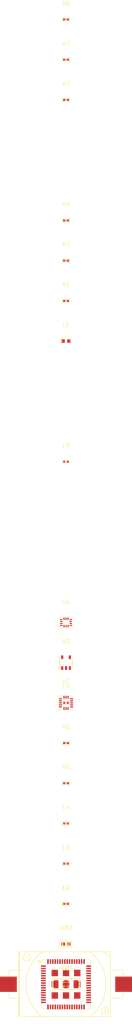
<source format=kicad_pcb>
(kicad_pcb (version 20241229) (generator "atopile") (generator_version "0.12.4")
  (layers (0 "F.Cu" signal) (31 "B.Cu" signal) (34 "B.Paste" user) (35 "F.Paste" user) (36 "B.SilkS" user "B.Silkscreen") (37 "F.SilkS" user "F.Silkscreen") (38 "B.Mask" user) (39 "F.Mask" user) (44 "Edge.Cuts" user))
  (net 0 "")
  (net 1 "PC4")
  (net 2 "PB9")
  (net 4 "PA5")
  (net 8 "PA3_UART2_RX")
  (net 9 "PB8")
  (net 10 "PA14")
  (net 11 "PC13")
  (net 15 "PA2_UART2_TX")
  (net 17 "VLXSMPS")
  (net 18 "PC6")
  (net 20 "PC3")
  (net 21 "PA4")
  (net 22 "PA13")
  (net 24 "VDDMPS")
  (net 28 "VREFpos")
  (net 29 "PC0")
  (net 34 "VFBSMPS")
  (net 37 "PC5")
  (net 38 "PC1")
  (net 40 "PB15")
  (net 5 "PA12")
  (net 41 "PA9")
  (net 42 "PA6")
  (net 43 "blah-net-3")
  (net 44 "PB13")
  (net 45 "BOOT0")
  (net 46 "PA10")
  (net 50 "PB1")
  (net 51 "PA8")
  (net 52 "PA7")
  (net 53 "PB7_UART1_RX")
  (net 54 "PB10")
  (net 55 "PB14")
  (net 57 "NRST")
  (net 58 "PB12")
  (net 59 "PA11")
  (net 60 "PB11")
  (net 64 "PC2")
  (net 65 "blah-net-2")
  (net 19 "blah-net-0")
  (net 30 "blah-net-1")
  (net 94 "blah-INT2-0")
  (net 95 "blah-net-4")
  (net 96 "blah-net-5")
  (net 97 "A")
  (net 98 "RES")
  (net 99 "ADC3")
  (net 100 "SCX")
  (net 101 "blah-CS-0")
  (net 102 "SDO_SUX")
  (net 103 "blah-SDO_SA0-1")
  (net 104 "gnd")
  (net 105 "ADC1")
  (net 107 "INT1")
  (net 108 "SDX")
  (net 109 "CS_AUX")
  (net 110 "blah-INT2-1")
  (net 111 "ADC2")
  (net 112 "led_status")
  (net 113 "vcc")
  (net 114 "vbat")
  (net 115 "adc_ntc")
  (net 116 "blah-SDO_SA0-0")
  (net 117 "activation")
  (net 119 "blah-CS-1")
  (net 12 "Feed")
  (net 13 "RF_OUT")
  (net 14 "Dummy")
  (net 16 "i2c_scl")
  (net 23 "i2c_sda")
  (footprint "RAKwireless_RAK3172_SIP_8_SM_NI:LGA-73_L12.0-W12.0-P0.60-TL" (layer "F.Cu") (at 0 0 0)
    (property "Reference" "U1" (at 0 -9.65 0) (layer "F.SilkS") (hide no))
    (property "Value" "")
    (fp_line (start -6.08 -4.82) (end -6.08 -6.08) (stroke (width 0.15)) (layer "F.SilkS"))
    (fp_line (start -6.08 -6.08) (end -4.82 -6.08) (stroke (width 0.15)) (layer "F.SilkS"))
    (fp_line (start 6.08 -4.82) (end 6.08 -6.08) (stroke (width 0.15)) (layer "F.SilkS"))
    (fp_line (start 6.08 -6.08) (end 4.82 -6.08) (stroke (width 0.15)) (layer "F.SilkS"))
    (fp_line (start 6.08 4.82) (end 6.08 6.08) (stroke (width 0.15)) (layer "F.SilkS"))
    (fp_line (start 6.08 6.08) (end 4.82 6.08) (stroke (width 0.15)) (layer "F.SilkS"))
    (fp_line (start -6.08 4.82) (end -6.08 6.08) (stroke (width 0.15)) (layer "F.SilkS"))
    (fp_line (start -6.08 6.08) (end -4.82 6.08) (stroke (width 0.15)) (layer "F.SilkS"))
    (fp_circle (center -6.7 -5.67) (end -6.5 -5.67) (stroke (width 0.4)) (fill no) (layer "F.SilkS"))
    (fp_text user "${REFERENCE}" (at 0 -9.65 0) (layer "F.SilkS"))
    (pad "1" smd rect (at -5.65 -4.5 0) (size 1.17 0.37) (layers "F.Cu" "F.Paste" "F.Mask") (net 22 "PA13"))
    (pad "2" smd rect (at -5.65 -3.9 0) (size 1.17 0.37) (layers "F.Cu" "F.Paste" "F.Mask") (net 10 "PA14"))
    (pad "3" smd rect (at -5.65 -3.3 0) (size 1.17 0.37) (layers "F.Cu" "F.Paste" "F.Mask") (net 113 "vcc"))
    (pad "4" smd rect (at -5.65 -2.7 0) (size 1.17 0.37) (layers "F.Cu" "F.Paste" "F.Mask") (net 114 "vbat"))
    (pad "5" smd rect (at -5.65 -2.1 0) (size 1.17 0.37) (layers "F.Cu" "F.Paste" "F.Mask") (net 11 "PC13"))
    (pad "6" smd rect (at -5.65 -1.5 0) (size 1.17 0.37) (layers "F.Cu" "F.Paste" "F.Mask") (net 28 "VREFpos"))
    (pad "7" smd rect (at -5.65 -0.9 0) (size 1.17 0.37) (layers "F.Cu" "F.Paste" "F.Mask") (net 113 "vcc"))
    (pad "8" smd rect (at -5.65 -0.3 0) (size 1.17 0.37) (layers "F.Cu" "F.Paste" "F.Mask") (net 16 "i2c_scl"))
    (pad "9" smd rect (at -5.65 0.3 0) (size 1.17 0.37) (layers "F.Cu" "F.Paste" "F.Mask") (net 40 "PB15"))
    (pad "10" smd rect (at -5.65 0.9 0) (size 1.17 0.37) (layers "F.Cu" "F.Paste" "F.Mask") (net 34 "VFBSMPS"))
    (pad "11" smd rect (at -5.65 1.5 0) (size 1.17 0.37) (layers "F.Cu" "F.Paste" "F.Mask") (net 24 "VDDMPS"))
    (pad "12" smd rect (at -5.65 2.1 0) (size 1.17 0.37) (layers "F.Cu" "F.Paste" "F.Mask") (net 104 "gnd"))
    (pad "13" smd rect (at -5.65 2.7 0) (size 1.17 0.37) (layers "F.Cu" "F.Paste" "F.Mask") (net 17 "VLXSMPS"))
    (pad "14" smd rect (at -5.65 3.3 0) (size 1.17 0.37) (layers "F.Cu" "F.Paste" "F.Mask") (net 110 "blah-INT2-1"))
    (pad "15" smd rect (at -5.65 3.9 0) (size 1.17 0.37) (layers "F.Cu" "F.Paste" "F.Mask") (net 107 "INT1"))
    (pad "16" smd rect (at -5.65 4.5 0) (size 1.17 0.37) (layers "F.Cu" "F.Paste" "F.Mask") (net 112 "led_status"))
    (pad "17" smd rect (at -4.5 5.65 0) (size 0.37 1.17) (layers "F.Cu" "F.Paste" "F.Mask") (net 23 "i2c_sda"))
    (pad "18" smd rect (at -3.9 5.65 0) (size 0.37 1.17) (layers "F.Cu" "F.Paste" "F.Mask") (net 53 "PB7_UART1_RX"))
    (pad "19" smd rect (at -3.3 5.65 0) (size 0.37 1.17) (layers "F.Cu" "F.Paste" "F.Mask") (net 9 "PB8"))
    (pad "20" smd rect (at -2.7 5.65 0) (size 0.37 1.17) (layers "F.Cu" "F.Paste" "F.Mask") (net 2 "PB9"))
    (pad "21" smd rect (at -2.1 5.65 0) (size 0.37 1.17) (layers "F.Cu" "F.Paste" "F.Mask") (net 29 "PC0"))
    (pad "22" smd rect (at -1.5 5.65 0) (size 0.37 1.17) (layers "F.Cu" "F.Paste" "F.Mask") (net 38 "PC1"))
    (pad "23" smd rect (at -0.9 5.65 0) (size 0.37 1.17) (layers "F.Cu" "F.Paste" "F.Mask") (net 64 "PC2"))
    (pad "24" smd rect (at -0.3 5.65 0) (size 0.37 1.17) (layers "F.Cu" "F.Paste" "F.Mask") (net 20 "PC3"))
    (pad "25" smd rect (at 0.3 5.65 0) (size 0.37 1.17) (layers "F.Cu" "F.Paste" "F.Mask") (net 1 "PC4"))
    (pad "26" smd rect (at 0.9 5.65 0) (size 0.37 1.17) (layers "F.Cu" "F.Paste" "F.Mask") (net 37 "PC5"))
    (pad "27" smd rect (at 1.5 5.65 0) (size 0.37 1.17) (layers "F.Cu" "F.Paste" "F.Mask") (net 18 "PC6"))
    (pad "28" smd rect (at 2.1 5.65 0) (size 0.37 1.17) (layers "F.Cu" "F.Paste" "F.Mask") (net 104 "gnd"))
    (pad "29" smd rect (at 2.7 5.65 0) (size 0.37 1.17) (layers "F.Cu" "F.Paste" "F.Mask") (net 15 "PA2_UART2_TX"))
    (pad "30" smd rect (at 3.3 5.65 0) (size 0.37 1.17) (layers "F.Cu" "F.Paste" "F.Mask") (net 8 "PA3_UART2_RX"))
    (pad "31" smd rect (at 3.9 5.65 0) (size 0.37 1.17) (layers "F.Cu" "F.Paste" "F.Mask") (net 21 "PA4"))
    (pad "32" smd rect (at 4.5 5.65 0) (size 0.37 1.17) (layers "F.Cu" "F.Paste" "F.Mask") (net 4 "PA5"))
    (pad "33" smd rect (at 5.65 4.5 0) (size 1.17 0.37) (layers "F.Cu" "F.Paste" "F.Mask") (net 42 "PA6"))
    (pad "34" smd rect (at 5.65 3.9 0) (size 1.17 0.37) (layers "F.Cu" "F.Paste" "F.Mask") (net 52 "PA7"))
    (pad "35" smd rect (at 5.65 3.3 0) (size 1.17 0.37) (layers "F.Cu" "F.Paste" "F.Mask") (net 104 "gnd"))
    (pad "36" smd rect (at 5.65 2.7 0) (size 1.17 0.37) (layers "F.Cu" "F.Paste" "F.Mask") (net 104 "gnd"))
    (pad "37" smd rect (at 5.65 2.1 0) (size 1.17 0.37) (layers "F.Cu" "F.Paste" "F.Mask") (net 13 "RF_OUT"))
    (pad "38" smd rect (at 5.65 1.5 0) (size 1.17 0.37) (layers "F.Cu" "F.Paste" "F.Mask") (net 104 "gnd"))
    (pad "39" smd rect (at 5.65 0.9 0) (size 1.17 0.37) (layers "F.Cu" "F.Paste" "F.Mask") (net 104 "gnd"))
    (pad "40" smd rect (at 5.65 0.3 0) (size 1.17 0.37) (layers "F.Cu" "F.Paste" "F.Mask") (net 65 "blah-net-2"))
    (pad "41" smd rect (at 5.65 -0.3 0) (size 1.17 0.37) (layers "F.Cu" "F.Paste" "F.Mask") (net 43 "blah-net-3"))
    (pad "42" smd rect (at 5.65 -0.9 0) (size 1.17 0.37) (layers "F.Cu" "F.Paste" "F.Mask") (net 117 "activation"))
    (pad "43" smd rect (at 5.65 -1.5 0) (size 1.17 0.37) (layers "F.Cu" "F.Paste" "F.Mask") (net 45 "BOOT0"))
    (pad "44" smd rect (at 5.65 -2.1 0) (size 1.17 0.37) (layers "F.Cu" "F.Paste" "F.Mask") (net 57 "NRST"))
    (pad "45" smd rect (at 5.65 -2.7 0) (size 1.17 0.37) (layers "F.Cu" "F.Paste" "F.Mask") (net 115 "adc_ntc"))
    (pad "46" smd rect (at 5.65 -3.3 0) (size 1.17 0.37) (layers "F.Cu" "F.Paste" "F.Mask") (net 104 "gnd"))
    (pad "47" smd rect (at 5.65 -3.9 0) (size 1.17 0.37) (layers "F.Cu" "F.Paste" "F.Mask") (net 104 "gnd"))
    (pad "48" smd rect (at 5.65 -4.5 0) (size 1.17 0.37) (layers "F.Cu" "F.Paste" "F.Mask") (net 60 "PB11"))
    (pad "49" smd rect (at 4.5 -5.65 0) (size 0.37 1.17) (layers "F.Cu" "F.Paste" "F.Mask") (net 54 "PB10"))
    (pad "50" smd rect (at 3.9 -5.65 0) (size 0.37 1.17) (layers "F.Cu" "F.Paste" "F.Mask") (net 41 "PA9"))
    (pad "51" smd rect (at 3.3 -5.65 0) (size 0.37 1.17) (layers "F.Cu" "F.Paste" "F.Mask") (net 51 "PA8"))
    (pad "52" smd rect (at 2.7 -5.65 0) (size 0.37 1.17) (layers "F.Cu" "F.Paste" "F.Mask") (net 104 "gnd"))
    (pad "53" smd rect (at 2.1 -5.65 0) (size 0.37 1.17) (layers "F.Cu" "F.Paste" "F.Mask") (net 113 "vcc"))
    (pad "54" smd rect (at 1.5 -5.65 0) (size 0.37 1.17) (layers "F.Cu" "F.Paste" "F.Mask") (net 113 "vcc"))
    (pad "55" smd rect (at 0.9 -5.65 0) (size 0.37 1.17) (layers "F.Cu" "F.Paste" "F.Mask") (net 113 "vcc"))
    (pad "56" smd rect (at 0.3 -5.65 0) (size 0.37 1.17) (layers "F.Cu" "F.Paste" "F.Mask") (net 104 "gnd"))
    (pad "57" smd rect (at -0.3 -5.65 0) (size 0.37 1.17) (layers "F.Cu" "F.Paste" "F.Mask") (net 50 "PB1"))
    (pad "58" smd rect (at -0.9 -5.65 0) (size 0.37 1.17) (layers "F.Cu" "F.Paste" "F.Mask") (net 94 "blah-INT2-0"))
    (pad "59" smd rect (at -1.5 -5.65 0) (size 0.37 1.17) (layers "F.Cu" "F.Paste" "F.Mask") (net 58 "PB12"))
    (pad "60" smd rect (at -2.1 -5.65 0) (size 0.37 1.17) (layers "F.Cu" "F.Paste" "F.Mask") (net 44 "PB13"))
    (pad "61" smd rect (at -2.7 -5.65 0) (size 0.37 1.17) (layers "F.Cu" "F.Paste" "F.Mask") (net 55 "PB14"))
    (pad "62" smd rect (at -3.3 -5.65 0) (size 0.37 1.17) (layers "F.Cu" "F.Paste" "F.Mask") (net 46 "PA10"))
    (pad "63" smd rect (at -3.9 -5.65 0) (size 0.37 1.17) (layers "F.Cu" "F.Paste" "F.Mask") (net 59 "PA11"))
    (pad "64" smd rect (at -4.5 -5.65 0) (size 0.37 1.17) (layers "F.Cu" "F.Paste" "F.Mask") (net 5 "PA12"))
    (pad "65" smd rect (at -2.8 -2.8 0) (size 1.6 1.6) (layers "F.Cu" "F.Paste" "F.Mask") (net 104 "gnd"))
    (pad "66" smd rect (at 0 -2.8 0) (size 1.6 1.6) (layers "F.Cu" "F.Paste" "F.Mask") (net 104 "gnd"))
    (pad "67" smd rect (at 2.8 -2.8 0) (size 1.6 1.6) (layers "F.Cu" "F.Paste" "F.Mask") (net 104 "gnd"))
    (pad "68" smd rect (at -2.8 0 0) (size 1.6 1.6) (layers "F.Cu" "F.Paste" "F.Mask") (net 104 "gnd"))
    (pad "69" smd rect (at 0 0 0) (size 1.6 1.6) (layers "F.Cu" "F.Paste" "F.Mask") (net 104 "gnd"))
    (pad "70" smd rect (at 2.8 0 0) (size 1.6 1.6) (layers "F.Cu" "F.Paste" "F.Mask") (net 104 "gnd"))
    (pad "71" smd rect (at -2.8 2.8 0) (size 1.6 1.6) (layers "F.Cu" "F.Paste" "F.Mask") (net 104 "gnd"))
    (pad "72" smd rect (at 0 2.8 0) (size 1.6 1.6) (layers "F.Cu" "F.Paste" "F.Mask") (net 104 "gnd"))
    (pad "73" smd rect (at 2.8 2.8 0) (size 1.6 1.6) (layers "F.Cu" "F.Paste" "F.Mask") (net 104 "gnd"))
  )
  (footprint "Murata_Electronics_GRM155R61A475KEAAD:C0402" (layer "F.Cu") (at 0 0 0)
    (property "Reference" "C3" (at 0 -4 0) (layer "F.SilkS") (hide no))
    (property "Value" "4.7µF ±10% 10V X5R")
    (fp_line (start -0.72 -0.5) (end -0.22 -0.5) (stroke (width 0.15)) (layer "F.SilkS"))
    (fp_line (start -0.87 0.35) (end -0.87 -0.35) (stroke (width 0.15)) (layer "F.SilkS"))
    (fp_line (start -0.22 0.5) (end -0.72 0.5) (stroke (width 0.15)) (layer "F.SilkS"))
    (fp_line (start 0.72 0.5) (end 0.22 0.5) (stroke (width 0.15)) (layer "F.SilkS"))
    (fp_line (start 0.22 -0.5) (end 0.72 -0.5) (stroke (width 0.15)) (layer "F.SilkS"))
    (fp_line (start 0.87 -0.35) (end 0.87 0.35) (stroke (width 0.15)) (layer "F.SilkS"))
    (fp_arc (start 0.87 -0.35) (mid 0.8260660171779821 -0.4560660171779821) (end 0.72 -0.5) (stroke (width 0.15)) (layer "F.SilkS"))
    (fp_arc (start 0.72 0.5) (mid 0.8260660171779821 0.4560660171779821) (end 0.87 0.35) (stroke (width 0.15)) (layer "F.SilkS"))
    (fp_arc (start -0.87 0.35) (mid -0.8260660171779821 0.4560660171779821) (end -0.72 0.5) (stroke (width 0.15)) (layer "F.SilkS"))
    (fp_arc (start -0.72 -0.5) (mid -0.8260660171779821 -0.4560660171779821) (end -0.87 -0.35) (stroke (width 0.15)) (layer "F.SilkS"))
    (fp_text user "${REFERENCE}" (at 0 -4 0) (layer "F.SilkS"))
    (pad "2" smd rect (at 0.42 0 0) (size 0.5 0.54) (layers "F.Cu" "F.Paste" "F.Mask") (net 104 "gnd"))
    (pad "1" smd rect (at -0.42 0 0) (size 0.5 0.54) (layers "F.Cu" "F.Paste" "F.Mask") (net 113 "vcc"))
  )
  (footprint "YAGEO_CC0402KRX7R9BB104:C0402" (layer "F.Cu") (at 0 -70 0)
    (property "Reference" "C4" (at 0 -4 0) (layer "F.SilkS") (hide no))
    (property "Value" "100nF ±10% 50V X7R")
    (fp_line (start -0.72 -0.5) (end -0.22 -0.5) (stroke (width 0.15)) (layer "F.SilkS"))
    (fp_line (start -0.87 0.35) (end -0.87 -0.35) (stroke (width 0.15)) (layer "F.SilkS"))
    (fp_line (start -0.22 0.5) (end -0.72 0.5) (stroke (width 0.15)) (layer "F.SilkS"))
    (fp_line (start 0.72 0.5) (end 0.22 0.5) (stroke (width 0.15)) (layer "F.SilkS"))
    (fp_line (start 0.22 -0.5) (end 0.72 -0.5) (stroke (width 0.15)) (layer "F.SilkS"))
    (fp_line (start 0.87 -0.35) (end 0.87 0.35) (stroke (width 0.15)) (layer "F.SilkS"))
    (fp_arc (start 0.87 -0.35) (mid 0.8260660171779821 -0.4560660171779821) (end 0.72 -0.5) (stroke (width 0.15)) (layer "F.SilkS"))
    (fp_arc (start 0.72 0.5) (mid 0.8260660171779821 0.4560660171779821) (end 0.87 0.35) (stroke (width 0.15)) (layer "F.SilkS"))
    (fp_arc (start -0.87 0.35) (mid -0.8260660171779821 0.4560660171779821) (end -0.72 0.5) (stroke (width 0.15)) (layer "F.SilkS"))
    (fp_arc (start -0.72 -0.5) (mid -0.8260660171779821 -0.4560660171779821) (end -0.87 -0.35) (stroke (width 0.15)) (layer "F.SilkS"))
    (fp_text user "${REFERENCE}" (at 0 -4 0) (layer "F.SilkS"))
    (pad "2" smd rect (at 0.42 0 0) (size 0.5 0.54) (layers "F.Cu" "F.Paste" "F.Mask") (net 104 "gnd"))
    (pad "1" smd rect (at -0.42 0 0) (size 0.5 0.54) (layers "F.Cu" "F.Paste" "F.Mask") (net 113 "vcc"))
  )
  (footprint "Murata_Electronics_GRM155R61A475KEAAD:C0402" (layer "F.Cu") (at 0 -130 0)
    (property "Reference" "C9" (at 0 -4 0) (layer "F.SilkS") (hide no))
    (property "Value" "4.7µF ±10% 10V X5R")
    (fp_line (start -0.72 -0.5) (end -0.22 -0.5) (stroke (width 0.15)) (layer "F.SilkS"))
    (fp_line (start -0.87 0.35) (end -0.87 -0.35) (stroke (width 0.15)) (layer "F.SilkS"))
    (fp_line (start -0.22 0.5) (end -0.72 0.5) (stroke (width 0.15)) (layer "F.SilkS"))
    (fp_line (start 0.72 0.5) (end 0.22 0.5) (stroke (width 0.15)) (layer "F.SilkS"))
    (fp_line (start 0.22 -0.5) (end 0.72 -0.5) (stroke (width 0.15)) (layer "F.SilkS"))
    (fp_line (start 0.87 -0.35) (end 0.87 0.35) (stroke (width 0.15)) (layer "F.SilkS"))
    (fp_arc (start 0.87 -0.35) (mid 0.8260660171779821 -0.4560660171779821) (end 0.72 -0.5) (stroke (width 0.15)) (layer "F.SilkS"))
    (fp_arc (start 0.72 0.5) (mid 0.8260660171779821 0.4560660171779821) (end 0.87 0.35) (stroke (width 0.15)) (layer "F.SilkS"))
    (fp_arc (start -0.87 0.35) (mid -0.8260660171779821 0.4560660171779821) (end -0.72 0.5) (stroke (width 0.15)) (layer "F.SilkS"))
    (fp_arc (start -0.72 -0.5) (mid -0.8260660171779821 -0.4560660171779821) (end -0.87 -0.35) (stroke (width 0.15)) (layer "F.SilkS"))
    (fp_text user "${REFERENCE}" (at 0 -4 0) (layer "F.SilkS"))
    (pad "2" smd rect (at 0.42 0 0) (size 0.5 0.54) (layers "F.Cu" "F.Paste" "F.Mask") (net 104 "gnd"))
    (pad "1" smd rect (at -0.42 0 0) (size 0.5 0.54) (layers "F.Cu" "F.Paste" "F.Mask") (net 113 "vcc"))
  )
  (footprint "Murata_Electronics_LQM18FN100M00D:L0603" (layer "F.Cu") (at 0 -160 0)
    (property "Reference" "L1" (at 0 -4 0) (layer "F.SilkS") (hide no))
    (property "Value" "10µH ±20% 30MHz 50mA 1.17Ω")
    (fp_line (start -1.27 0.65) (end -1.43 0.5) (stroke (width 0.15)) (layer "F.SilkS"))
    (fp_line (start -1.43 0.5) (end -1.43 -0.51) (stroke (width 0.15)) (layer "F.SilkS"))
    (fp_line (start -1.43 -0.51) (end -1.27 -0.65) (stroke (width 0.15)) (layer "F.SilkS"))
    (fp_line (start 1.27 -0.65) (end 1.42 -0.5) (stroke (width 0.15)) (layer "F.SilkS"))
    (fp_line (start 1.42 -0.5) (end 1.42 0.52) (stroke (width 0.15)) (layer "F.SilkS"))
    (fp_line (start 1.42 0.52) (end 1.27 0.65) (stroke (width 0.15)) (layer "F.SilkS"))
    (fp_line (start -1.28 -0.65) (end -0.51 -0.65) (stroke (width 0.15)) (layer "F.SilkS"))
    (fp_line (start 1.27 0.65) (end 0.51 0.65) (stroke (width 0.15)) (layer "F.SilkS"))
    (fp_line (start -1.28 0.65) (end -0.51 0.65) (stroke (width 0.15)) (layer "F.SilkS"))
    (fp_line (start 1.27 -0.65) (end 0.51 -0.65) (stroke (width 0.15)) (layer "F.SilkS"))
    (fp_text user "${REFERENCE}" (at 0 -4 0) (layer "F.SilkS"))
    (pad "1" smd rect (at -0.7 0 180) (size 0.8 0.86) (layers "F.Cu" "F.Paste" "F.Mask") (net 113 "vcc"))
    (pad "2" smd rect (at 0.7 0 180) (size 0.8 0.86) (layers "F.Cu" "F.Paste" "F.Mask") (net 113 "vcc"))
  )
  (footprint "YAGEO_RC0402FR_0710KL:R0402" (layer "F.Cu") (at 0 -170 0)
    (property "Reference" "R1" (at 0 -4 0) (layer "F.SilkS") (hide no))
    (property "Value" "10kΩ ±1% 62.5mW")
    (fp_line (start -0.23 0.5) (end -0.94 0.5) (stroke (width 0.15)) (layer "F.SilkS"))
    (fp_line (start -0.94 0.5) (end -0.94 -0.5) (stroke (width 0.15)) (layer "F.SilkS"))
    (fp_line (start -0.94 -0.5) (end -0.23 -0.5) (stroke (width 0.15)) (layer "F.SilkS"))
    (fp_line (start 0.23 0.5) (end 0.94 0.5) (stroke (width 0.15)) (layer "F.SilkS"))
    (fp_line (start 0.94 0.5) (end 0.94 -0.5) (stroke (width 0.15)) (layer "F.SilkS"))
    (fp_line (start 0.94 -0.5) (end 0.23 -0.5) (stroke (width 0.15)) (layer "F.SilkS"))
    (fp_text user "${REFERENCE}" (at 0 -4 0) (layer "F.SilkS"))
    (pad "2" smd rect (at 0.43 0 0) (size 0.57 0.54) (layers "F.Cu" "F.Paste" "F.Mask") (net 104 "gnd"))
    (pad "1" smd rect (at -0.43 0 0) (size 0.57 0.54) (layers "F.Cu" "F.Paste" "F.Mask") (net 113 "vcc"))
  )
  (footprint "Murata_Electronics_NCP15XH103F03RC:R0402" (layer "F.Cu") (at 0 -180 0)
    (property "Reference" "R3" (at 0 -4 0) (layer "F.SilkS") (hide no))
    (property "Value" "")
    (fp_line (start -0.23 0.5) (end -0.94 0.5) (stroke (width 0.15)) (layer "F.SilkS"))
    (fp_line (start -0.94 0.5) (end -0.94 -0.5) (stroke (width 0.15)) (layer "F.SilkS"))
    (fp_line (start -0.94 -0.5) (end -0.23 -0.5) (stroke (width 0.15)) (layer "F.SilkS"))
    (fp_line (start 0.23 0.5) (end 0.94 0.5) (stroke (width 0.15)) (layer "F.SilkS"))
    (fp_line (start 0.94 0.5) (end 0.94 -0.5) (stroke (width 0.15)) (layer "F.SilkS"))
    (fp_line (start 0.94 -0.5) (end 0.23 -0.5) (stroke (width 0.15)) (layer "F.SilkS"))
    (fp_text user "${REFERENCE}" (at 0 -4 0) (layer "F.SilkS"))
    (pad "2" smd rect (at 0.43 0 0) (size 0.57 0.54) (layers "F.Cu" "F.Paste" "F.Mask") (net 104 "gnd"))
    (pad "1" smd rect (at -0.43 0 0) (size 0.57 0.54) (layers "F.Cu" "F.Paste" "F.Mask") (net 115 "adc_ntc"))
  )
  (footprint "YAGEO_RC0402FR_0710KL:R0402" (layer "F.Cu") (at 0 -190 0)
    (property "Reference" "R4" (at 0 -4 0) (layer "F.SilkS") (hide no))
    (property "Value" "10kΩ ±1% 62.5mW")
    (fp_line (start -0.23 0.5) (end -0.94 0.5) (stroke (width 0.15)) (layer "F.SilkS"))
    (fp_line (start -0.94 0.5) (end -0.94 -0.5) (stroke (width 0.15)) (layer "F.SilkS"))
    (fp_line (start -0.94 -0.5) (end -0.23 -0.5) (stroke (width 0.15)) (layer "F.SilkS"))
    (fp_line (start 0.23 0.5) (end 0.94 0.5) (stroke (width 0.15)) (layer "F.SilkS"))
    (fp_line (start 0.94 0.5) (end 0.94 -0.5) (stroke (width 0.15)) (layer "F.SilkS"))
    (fp_line (start 0.94 -0.5) (end 0.23 -0.5) (stroke (width 0.15)) (layer "F.SilkS"))
    (fp_text user "${REFERENCE}" (at 0 -4 0) (layer "F.SilkS"))
    (pad "2" smd rect (at 0.43 0 0) (size 0.57 0.54) (layers "F.Cu" "F.Paste" "F.Mask") (net 115 "adc_ntc"))
    (pad "1" smd rect (at -0.43 0 0) (size 0.57 0.54) (layers "F.Cu" "F.Paste" "F.Mask") (net 113 "vcc"))
  )
  (footprint "YAGEO_RC0402FR_0710KL:R0402" (layer "F.Cu") (at 0 -220 0)
    (property "Reference" "R2" (at 0 -4 0) (layer "F.SilkS") (hide no))
    (property "Value" "10kΩ ±1% 62.5mW")
    (fp_line (start -0.23 0.5) (end -0.94 0.5) (stroke (width 0.15)) (layer "F.SilkS"))
    (fp_line (start -0.94 0.5) (end -0.94 -0.5) (stroke (width 0.15)) (layer "F.SilkS"))
    (fp_line (start -0.94 -0.5) (end -0.23 -0.5) (stroke (width 0.15)) (layer "F.SilkS"))
    (fp_line (start 0.23 0.5) (end 0.94 0.5) (stroke (width 0.15)) (layer "F.SilkS"))
    (fp_line (start 0.94 0.5) (end 0.94 -0.5) (stroke (width 0.15)) (layer "F.SilkS"))
    (fp_line (start 0.94 -0.5) (end 0.23 -0.5) (stroke (width 0.15)) (layer "F.SilkS"))
    (fp_text user "${REFERENCE}" (at 0 -4 0) (layer "F.SilkS"))
    (pad "2" smd rect (at 0.43 0 0) (size 0.57 0.54) (layers "F.Cu" "F.Paste" "F.Mask") (net 30 "blah-net-1"))
    (pad "1" smd rect (at -0.43 0 0) (size 0.57 0.54) (layers "F.Cu" "F.Paste" "F.Mask") (net 19 "blah-net-0"))
  )
  (footprint "YAGEO_RC0402JR_074K7L:R0402" (layer "F.Cu") (at 0 -230 0)
    (property "Reference" "R7" (at 0 -4 0) (layer "F.SilkS") (hide no))
    (property "Value" "4.7kΩ ±5% 62.5mW")
    (fp_line (start -0.23 0.5) (end -0.94 0.5) (stroke (width 0.15)) (layer "F.SilkS"))
    (fp_line (start -0.94 0.5) (end -0.94 -0.5) (stroke (width 0.15)) (layer "F.SilkS"))
    (fp_line (start -0.94 -0.5) (end -0.23 -0.5) (stroke (width 0.15)) (layer "F.SilkS"))
    (fp_line (start 0.23 0.5) (end 0.94 0.5) (stroke (width 0.15)) (layer "F.SilkS"))
    (fp_line (start 0.94 0.5) (end 0.94 -0.5) (stroke (width 0.15)) (layer "F.SilkS"))
    (fp_line (start 0.94 -0.5) (end 0.23 -0.5) (stroke (width 0.15)) (layer "F.SilkS"))
    (fp_text user "${REFERENCE}" (at 0 -4 0) (layer "F.SilkS"))
    (pad "2" smd rect (at 0.43 0 0) (size 0.57 0.54) (layers "F.Cu" "F.Paste" "F.Mask") (net 23 "i2c_sda"))
    (pad "1" smd rect (at -0.43 0 0) (size 0.57 0.54) (layers "F.Cu" "F.Paste" "F.Mask") (net 113 "vcc"))
  )
  (footprint "YAGEO_RC0402JR_074K7L:R0402" (layer "F.Cu") (at 0 -240 0)
    (property "Reference" "R8" (at 0 -4 0) (layer "F.SilkS") (hide no))
    (property "Value" "4.7kΩ ±5% 62.5mW")
    (fp_line (start -0.23 0.5) (end -0.94 0.5) (stroke (width 0.15)) (layer "F.SilkS"))
    (fp_line (start -0.94 0.5) (end -0.94 -0.5) (stroke (width 0.15)) (layer "F.SilkS"))
    (fp_line (start -0.94 -0.5) (end -0.23 -0.5) (stroke (width 0.15)) (layer "F.SilkS"))
    (fp_line (start 0.23 0.5) (end 0.94 0.5) (stroke (width 0.15)) (layer "F.SilkS"))
    (fp_line (start 0.94 0.5) (end 0.94 -0.5) (stroke (width 0.15)) (layer "F.SilkS"))
    (fp_line (start 0.94 -0.5) (end 0.23 -0.5) (stroke (width 0.15)) (layer "F.SilkS"))
    (fp_text user "${REFERENCE}" (at 0 -4 0) (layer "F.SilkS"))
    (pad "2" smd rect (at 0.43 0 0) (size 0.57 0.54) (layers "F.Cu" "F.Paste" "F.Mask") (net 16 "i2c_scl"))
    (pad "1" smd rect (at -0.43 0 0) (size 0.57 0.54) (layers "F.Cu" "F.Paste" "F.Mask") (net 113 "vcc"))
  )
  (footprint "Q_J_CR2032_BS_6_1:BAT-TH_CR2032-BS-6-1" (layer "F.Cu") (at 0 0 0)
    (property "Reference" "B1" (at 0 -4 0) (layer "F.SilkS") (hide no))
    (property "Value" "")
    (fp_line (start 11.13 8.08) (end 11.13 1.98) (stroke (width 0.15)) (layer "F.SilkS"))
    (fp_line (start -9.2 -6.65) (end -10.3 -6.65) (stroke (width 0.15)) (layer "F.SilkS"))
    (fp_line (start 9.2 6.65) (end 10.3 6.65) (stroke (width 0.15)) (layer "F.SilkS"))
    (fp_line (start 9.75 7.2) (end 9.75 6.1) (stroke (width 0.15)) (layer "F.SilkS"))
    (fp_line (start 11.13 -1.98) (end 11.13 2.06) (stroke (width 0.15)) (layer "F.SilkS"))
    (fp_line (start -11.8 -8.05) (end -11.8 8.05) (stroke (width 0.15)) (layer "F.SilkS"))
    (fp_line (start -11.8 -8.07) (end -11.65 -8.07) (stroke (width 0.15)) (layer "F.SilkS"))
    (fp_line (start -11.65 -8.07) (end -11.65 8.08) (stroke (width 0.15)) (layer "F.SilkS"))
    (fp_line (start -11.65 8.08) (end -11.8 8.08) (stroke (width 0.15)) (layer "F.SilkS"))
    (fp_line (start -14.25 3.5) (end -11.13 3.5) (stroke (width 0.15)) (layer "F.SilkS"))
    (fp_line (start -14.25 3.5) (end -14.25 2.08) (stroke (width 0.15)) (layer "F.SilkS"))
    (fp_line (start -14.25 -3.5) (end -14.25 -2.08) (stroke (width 0.15)) (layer "F.SilkS"))
    (fp_line (start -14.25 -3.5) (end -11.13 -3.5) (stroke (width 0.15)) (layer "F.SilkS"))
    (fp_line (start 14.25 3.5) (end 11.13 3.5) (stroke (width 0.15)) (layer "F.SilkS"))
    (fp_line (start 14.25 3.5) (end 14.25 2.08) (stroke (width 0.15)) (layer "F.SilkS"))
    (fp_line (start 14.25 -3.5) (end 14.25 -2.08) (stroke (width 0.15)) (layer "F.SilkS"))
    (fp_line (start 14.25 -3.5) (end 11.13 -3.5) (stroke (width 0.15)) (layer "F.SilkS"))
    (fp_line (start 9.64 -8.08) (end 9.66 -8.08) (stroke (width 0.15)) (layer "F.SilkS"))
    (fp_line (start 9.66 -8.08) (end 11.13 -6.61) (stroke (width 0.15)) (layer "F.SilkS"))
    (fp_line (start -11.13 -8.08) (end 11.13 -8.08) (stroke (width 0.15)) (layer "F.SilkS"))
    (fp_line (start 11.13 -8.08) (end 11.13 -1.98) (stroke (width 0.15)) (layer "F.SilkS"))
    (fp_line (start -11.13 8.08) (end 11.13 8.08) (stroke (width 0.15)) (layer "F.SilkS"))
    (fp_arc (start -5.91 8.07) (mid -10.006743821177578 -0.003601908927777231) (end -5.904183094256048 -8.074249541064866) (stroke (width 0.15)) (layer "F.SilkS"))
    (fp_arc (start 5.91 -8.07) (mid 10.006743821177578 0.003601908927777231) (end 5.904183094256048 8.074249541064866) (stroke (width 0.15)) (layer "F.SilkS"))
    (fp_circle (center 9.75 6.65) (end 10.67 6.65) (stroke (width 0.15)) (fill no) (layer "F.SilkS"))
    (fp_circle (center -9.75 -6.65) (end -8.83 -6.65) (stroke (width 0.15)) (fill no) (layer "F.SilkS"))
    (fp_text user "${REFERENCE}" (at 0 -4 0) (layer "F.SilkS"))
    (pad "1" smd rect (at 14.39 0 0) (size 4.2 3.8) (layers "F.Cu" "F.Paste" "F.Mask") (net 114 "vbat"))
    (pad "2" smd rect (at -14.39 0 0) (size 4.2 3.8) (layers "F.Cu" "F.Paste" "F.Mask") (net 104 "gnd"))
  )
  (footprint "Everlight_Elec_19_217_GHC_YR1S2_3T:LED0603-RD" (layer "F.Cu") (at 0 -10 0)
    (property "Reference" "LED1" (at 0 -4 0) (layer "F.SilkS") (hide no))
    (property "Value" "")
    (fp_line (start 0.22 0.33) (end 0.21 0.33) (stroke (width 0.15)) (layer "F.SilkS"))
    (fp_line (start 0.21 0.33) (end -0.12 0) (stroke (width 0.15)) (layer "F.SilkS"))
    (fp_line (start 0.22 -0.35) (end 0.22 -0.34) (stroke (width 0.15)) (layer "F.SilkS"))
    (fp_line (start 0.22 -0.34) (end -0.12 0) (stroke (width 0.15)) (layer "F.SilkS"))
    (fp_line (start 0.22 -0.35) (end 0.22 0.33) (stroke (width 0.15)) (layer "F.SilkS"))
    (fp_line (start 0.24 -0.75) (end 1.39 -0.75) (stroke (width 0.15)) (layer "F.SilkS"))
    (fp_line (start 0.24 0.75) (end 1.39 0.75) (stroke (width 0.15)) (layer "F.SilkS"))
    (fp_line (start 1.39 -0.75) (end 1.39 0.73) (stroke (width 0.15)) (layer "F.SilkS"))
    (fp_line (start -0.14 0.75) (end -1.19 0.75) (stroke (width 0.15)) (layer "F.SilkS"))
    (fp_line (start -1.49 0.35) (end -1.49 0.45) (stroke (width 0.15)) (layer "F.SilkS"))
    (fp_line (start -1.49 0.45) (end -1.19 0.75) (stroke (width 0.15)) (layer "F.SilkS"))
    (fp_line (start -1.49 -0.35) (end -1.49 0.35) (stroke (width 0.15)) (layer "F.SilkS"))
    (fp_line (start -1.49 -0.35) (end -1.49 -0.45) (stroke (width 0.15)) (layer "F.SilkS"))
    (fp_line (start -1.49 -0.45) (end -1.19 -0.75) (stroke (width 0.15)) (layer "F.SilkS"))
    (fp_line (start -0.14 -0.75) (end -1.19 -0.75) (stroke (width 0.15)) (layer "F.SilkS"))
    (fp_line (start 0.22 0) (end -0.12 0) (stroke (width 0.15)) (layer "F.SilkS"))
    (fp_text user "${REFERENCE}" (at 0 -4 0) (layer "F.SilkS"))
    (pad "2" smd rect (at 0.75 0 90) (size 0.8 0.8) (layers "F.Cu" "F.Paste" "F.Mask") (net 97 "A"))
    (pad "1" smd rect (at -0.75 0 90) (size 0.8 0.8) (layers "F.Cu" "F.Paste" "F.Mask") (net 104 "gnd"))
  )
  (footprint "Murata_Electronics_BLM15PD121SN1D:L0402" (layer "F.Cu") (at 0 -20 0)
    (property "Reference" "L2" (at 0 -4 0) (layer "F.SilkS") (hide no))
    (property "Value" "")
    (fp_line (start -0.13 0.51) (end -0.92 0.51) (stroke (width 0.15)) (layer "F.SilkS"))
    (fp_line (start -0.92 0.51) (end -1.07 0.36) (stroke (width 0.15)) (layer "F.SilkS"))
    (fp_line (start -1.07 0.36) (end -1.07 -0.34) (stroke (width 0.15)) (layer "F.SilkS"))
    (fp_line (start -1.07 -0.34) (end -0.92 -0.49) (stroke (width 0.15)) (layer "F.SilkS"))
    (fp_line (start -0.92 -0.49) (end -0.13 -0.49) (stroke (width 0.15)) (layer "F.SilkS"))
    (fp_line (start 0.13 0.51) (end 0.92 0.51) (stroke (width 0.15)) (layer "F.SilkS"))
    (fp_line (start 0.92 0.51) (end 1.07 0.36) (stroke (width 0.15)) (layer "F.SilkS"))
    (fp_line (start 1.07 0.36) (end 1.07 -0.33) (stroke (width 0.15)) (layer "F.SilkS"))
    (fp_line (start 1.07 -0.33) (end 0.91 -0.49) (stroke (width 0.15)) (layer "F.SilkS"))
    (fp_line (start 0.91 -0.49) (end 0.13 -0.49) (stroke (width 0.15)) (layer "F.SilkS"))
    (fp_text user "${REFERENCE}" (at 0 -4 0) (layer "F.SilkS"))
    (pad "2" smd rect (at 0.42 0 0) (size 0.54 0.54) (layers "F.Cu" "F.Paste" "F.Mask") (net 113 "vcc"))
    (pad "1" smd rect (at -0.42 0 0) (size 0.54 0.54) (layers "F.Cu" "F.Paste" "F.Mask") (net 114 "vbat"))
  )
  (footprint "Murata_Electronics_BLM15PD121SN1D:L0402" (layer "F.Cu") (at 0 -30 0)
    (property "Reference" "L3" (at 0 -4 0) (layer "F.SilkS") (hide no))
    (property "Value" "")
    (fp_line (start -0.13 0.51) (end -0.92 0.51) (stroke (width 0.15)) (layer "F.SilkS"))
    (fp_line (start -0.92 0.51) (end -1.07 0.36) (stroke (width 0.15)) (layer "F.SilkS"))
    (fp_line (start -1.07 0.36) (end -1.07 -0.34) (stroke (width 0.15)) (layer "F.SilkS"))
    (fp_line (start -1.07 -0.34) (end -0.92 -0.49) (stroke (width 0.15)) (layer "F.SilkS"))
    (fp_line (start -0.92 -0.49) (end -0.13 -0.49) (stroke (width 0.15)) (layer "F.SilkS"))
    (fp_line (start 0.13 0.51) (end 0.92 0.51) (stroke (width 0.15)) (layer "F.SilkS"))
    (fp_line (start 0.92 0.51) (end 1.07 0.36) (stroke (width 0.15)) (layer "F.SilkS"))
    (fp_line (start 1.07 0.36) (end 1.07 -0.33) (stroke (width 0.15)) (layer "F.SilkS"))
    (fp_line (start 1.07 -0.33) (end 0.91 -0.49) (stroke (width 0.15)) (layer "F.SilkS"))
    (fp_line (start 0.91 -0.49) (end 0.13 -0.49) (stroke (width 0.15)) (layer "F.SilkS"))
    (fp_text user "${REFERENCE}" (at 0 -4 0) (layer "F.SilkS"))
    (pad "2" smd rect (at 0.42 0 0) (size 0.54 0.54) (layers "F.Cu" "F.Paste" "F.Mask") (net 113 "vcc"))
    (pad "1" smd rect (at -0.42 0 0) (size 0.54 0.54) (layers "F.Cu" "F.Paste" "F.Mask") (net 113 "vcc"))
  )
  (footprint "Murata_Electronics_BLM15PD121SN1D:L0402" (layer "F.Cu") (at 0 -40 0)
    (property "Reference" "L4" (at 0 -4 0) (layer "F.SilkS") (hide no))
    (property "Value" "")
    (fp_line (start -0.13 0.51) (end -0.92 0.51) (stroke (width 0.15)) (layer "F.SilkS"))
    (fp_line (start -0.92 0.51) (end -1.07 0.36) (stroke (width 0.15)) (layer "F.SilkS"))
    (fp_line (start -1.07 0.36) (end -1.07 -0.34) (stroke (width 0.15)) (layer "F.SilkS"))
    (fp_line (start -1.07 -0.34) (end -0.92 -0.49) (stroke (width 0.15)) (layer "F.SilkS"))
    (fp_line (start -0.92 -0.49) (end -0.13 -0.49) (stroke (width 0.15)) (layer "F.SilkS"))
    (fp_line (start 0.13 0.51) (end 0.92 0.51) (stroke (width 0.15)) (layer "F.SilkS"))
    (fp_line (start 0.92 0.51) (end 1.07 0.36) (stroke (width 0.15)) (layer "F.SilkS"))
    (fp_line (start 1.07 0.36) (end 1.07 -0.33) (stroke (width 0.15)) (layer "F.SilkS"))
    (fp_line (start 1.07 -0.33) (end 0.91 -0.49) (stroke (width 0.15)) (layer "F.SilkS"))
    (fp_line (start 0.91 -0.49) (end 0.13 -0.49) (stroke (width 0.15)) (layer "F.SilkS"))
    (fp_text user "${REFERENCE}" (at 0 -4 0) (layer "F.SilkS"))
    (pad "2" smd rect (at 0.42 0 0) (size 0.54 0.54) (layers "F.Cu" "F.Paste" "F.Mask") (net 113 "vcc"))
    (pad "1" smd rect (at -0.42 0 0) (size 0.54 0.54) (layers "F.Cu" "F.Paste" "F.Mask") (net 113 "vcc"))
  )
  (footprint "YAGEO_RC0402FR_0710KL:R0402" (layer "F.Cu") (at 0 -50 0)
    (property "Reference" "R5" (at 0 -4 0) (layer "F.SilkS") (hide no))
    (property "Value" "10kΩ ±1% 62.5mW")
    (fp_line (start -0.23 0.5) (end -0.94 0.5) (stroke (width 0.15)) (layer "F.SilkS"))
    (fp_line (start -0.94 0.5) (end -0.94 -0.5) (stroke (width 0.15)) (layer "F.SilkS"))
    (fp_line (start -0.94 -0.5) (end -0.23 -0.5) (stroke (width 0.15)) (layer "F.SilkS"))
    (fp_line (start 0.23 0.5) (end 0.94 0.5) (stroke (width 0.15)) (layer "F.SilkS"))
    (fp_line (start 0.94 0.5) (end 0.94 -0.5) (stroke (width 0.15)) (layer "F.SilkS"))
    (fp_line (start 0.94 -0.5) (end 0.23 -0.5) (stroke (width 0.15)) (layer "F.SilkS"))
    (fp_text user "${REFERENCE}" (at 0 -4 0) (layer "F.SilkS"))
    (pad "2" smd rect (at 0.43 0 0) (size 0.57 0.54) (layers "F.Cu" "F.Paste" "F.Mask") (net 117 "activation"))
    (pad "1" smd rect (at -0.43 0 0) (size 0.57 0.54) (layers "F.Cu" "F.Paste" "F.Mask") (net 113 "vcc"))
  )
  (footprint "YAGEO_RC0402JR_071KL:R0402" (layer "F.Cu") (at 0 -60 0)
    (property "Reference" "R6" (at 0 -4 0) (layer "F.SilkS") (hide no))
    (property "Value" "1kΩ ±5% 62.5mW")
    (fp_line (start -0.23 0.5) (end -0.94 0.5) (stroke (width 0.15)) (layer "F.SilkS"))
    (fp_line (start -0.94 0.5) (end -0.94 -0.5) (stroke (width 0.15)) (layer "F.SilkS"))
    (fp_line (start -0.94 -0.5) (end -0.23 -0.5) (stroke (width 0.15)) (layer "F.SilkS"))
    (fp_line (start 0.23 0.5) (end 0.94 0.5) (stroke (width 0.15)) (layer "F.SilkS"))
    (fp_line (start 0.94 0.5) (end 0.94 -0.5) (stroke (width 0.15)) (layer "F.SilkS"))
    (fp_line (start 0.94 -0.5) (end 0.23 -0.5) (stroke (width 0.15)) (layer "F.SilkS"))
    (fp_text user "${REFERENCE}" (at 0 -4 0) (layer "F.SilkS"))
    (pad "2" smd rect (at 0.43 0 0) (size 0.57 0.54) (layers "F.Cu" "F.Paste" "F.Mask") (net 97 "A"))
    (pad "1" smd rect (at -0.43 0 0) (size 0.57 0.54) (layers "F.Cu" "F.Paste" "F.Mask") (net 112 "led_status"))
  )
  (footprint "STMicroelectronics_LIS3DHTR:LGA-16_L3.0-W3.0-P0.50-TL" (layer "F.Cu") (at 0 -70 0)
    (property "Reference" "U2" (at 0 -5.4 0) (layer "F.SilkS") (hide no))
    (property "Value" "")
    (fp_line (start -1.72 -1.45) (end -1.72 -1.73) (stroke (width 0.2)) (layer "F.SilkS"))
    (fp_line (start -1.72 -1.73) (end -1.02 -1.73) (stroke (width 0.2)) (layer "F.SilkS"))
    (fp_line (start 1.03 -1.73) (end 1.73 -1.73) (stroke (width 0.2)) (layer "F.SilkS"))
    (fp_line (start 1.73 -1.73) (end 1.73 -1.45) (stroke (width 0.2)) (layer "F.SilkS"))
    (fp_line (start -1.72 1.45) (end -1.72 1.72) (stroke (width 0.2)) (layer "F.SilkS"))
    (fp_line (start -1.72 1.72) (end -1.02 1.72) (stroke (width 0.2)) (layer "F.SilkS"))
    (fp_line (start 1.03 1.72) (end 1.73 1.72) (stroke (width 0.2)) (layer "F.SilkS"))
    (fp_line (start 1.73 1.72) (end 1.73 1.45) (stroke (width 0.2)) (layer "F.SilkS"))
    (fp_arc (start -2.05 -1.58) (mid -2.05 -1.58) (end -2.05 -1.58) (stroke (width 0.25)) (layer "F.SilkS"))
    (fp_text user "${REFERENCE}" (at 0 -5.4 0) (layer "F.SilkS"))
    (pad "1" smd oval (at -1.4 -1 0) (size 0.8 0.28) (layers "F.Cu" "F.Paste" "F.Mask") (net 113 "vcc"))
    (pad "2" smd oval (at -1.4 -0.5 0) (size 0.8 0.28) (layers "F.Cu" "F.Paste" "F.Mask") (net 95 "blah-net-4"))
    (pad "3" smd oval (at -1.4 0 0) (size 0.8 0.28) (layers "F.Cu" "F.Paste" "F.Mask") (net 96 "blah-net-5"))
    (pad "4" smd oval (at -1.4 0.5 0) (size 0.8 0.28) (layers "F.Cu" "F.Paste" "F.Mask") (net 16 "i2c_scl"))
    (pad "5" smd oval (at -1.4 1 0) (size 0.8 0.28) (layers "F.Cu" "F.Paste" "F.Mask") (net 104 "gnd"))
    (pad "6" smd oval (at -0.5 1.4 0) (size 0.28 0.8) (layers "F.Cu" "F.Paste" "F.Mask") (net 23 "i2c_sda"))
    (pad "7" smd oval (at 0 1.4 0) (size 0.28 0.8) (layers "F.Cu" "F.Paste" "F.Mask") (net 116 "blah-SDO_SA0-0"))
    (pad "8" smd oval (at 0.5 1.4 0) (size 0.28 0.8) (layers "F.Cu" "F.Paste" "F.Mask") (net 101 "blah-CS-0"))
    (pad "9" smd oval (at 1.4 1 0) (size 0.8 0.28) (layers "F.Cu" "F.Paste" "F.Mask") (net 110 "blah-INT2-1"))
    (pad "10" smd oval (at 1.4 0.5 0) (size 0.8 0.28) (layers "F.Cu" "F.Paste" "F.Mask") (net 98 "RES"))
    (pad "11" smd oval (at 1.4 0 0) (size 0.8 0.28) (layers "F.Cu" "F.Paste" "F.Mask") (net 107 "INT1"))
    (pad "12" smd oval (at 1.4 -0.5 0) (size 0.8 0.28) (layers "F.Cu" "F.Paste" "F.Mask") (net 104 "gnd"))
    (pad "13" smd oval (at 1.4 -1 0) (size 0.8 0.28) (layers "F.Cu" "F.Paste" "F.Mask") (net 99 "ADC3"))
    (pad "14" smd oval (at 0.5 -1.4 0) (size 0.28 0.8) (layers "F.Cu" "F.Paste" "F.Mask") (net 113 "vcc"))
    (pad "15" smd oval (at 0 -1.4 0) (size 0.28 0.8) (layers "F.Cu" "F.Paste" "F.Mask") (net 111 "ADC2"))
    (pad "16" smd oval (at -0.5 -1.4 0) (size 0.28 0.8) (layers "F.Cu" "F.Paste" "F.Mask") (net 105 "ADC1"))
  )
  (footprint "FMD_FT24C02A_KLR_T:SOT-23-5_L2.9-W1.5-P0.95-LS2.8-BL" (layer "F.Cu") (at 0 -80 0)
    (property "Reference" "U3" (at 0 -5.35 0) (layer "F.SilkS") (hide no))
    (property "Value" "")
    (fp_line (start 1.55 -0.85) (end 1.55 0.85) (stroke (width 0.25)) (layer "F.SilkS"))
    (fp_line (start -1.55 0.85) (end -1.55 -0.85) (stroke (width 0.25)) (layer "F.SilkS"))
    (fp_circle (center -1.6 1.4) (end -1.48 1.4) (stroke (width 0.25)) (fill no) (layer "F.SilkS"))
    (fp_text user "${REFERENCE}" (at 0 -5.35 0) (layer "F.SilkS"))
    (pad "5" smd rect (at -0.95 -1.35 0) (size 0.55 0.9) (layers "F.Cu" "F.Paste" "F.Mask") (net 104 "gnd"))
    (pad "4" smd rect (at 0.95 -1.35 0) (size 0.55 0.9) (layers "F.Cu" "F.Paste" "F.Mask") (net 113 "vcc"))
    (pad "3" smd rect (at 0.95 1.35 0) (size 0.55 0.9) (layers "F.Cu" "F.Paste" "F.Mask") (net 23 "i2c_sda"))
    (pad "2" smd rect (at 0 1.35 0) (size 0.55 0.9) (layers "F.Cu" "F.Paste" "F.Mask") (net 104 "gnd"))
    (pad "1" smd rect (at -0.95 1.35 0) (size 0.55 0.9) (layers "F.Cu" "F.Paste" "F.Mask") (net 16 "i2c_scl"))
  )
  (footprint "QST_QMI8658C:LGA-14_L3.0-W2.5-P0.50-BR" (layer "F.Cu") (at 0 -90 0)
    (property "Reference" "U4" (at 0 -4.92 0) (layer "F.SilkS") (hide no))
    (property "Value" "")
    (fp_line (start -0.83 1.33) (end -1.57 1.33) (stroke (width 0.15)) (layer "F.SilkS"))
    (fp_line (start -1.57 1.33) (end -1.57 1.08) (stroke (width 0.15)) (layer "F.SilkS"))
    (fp_line (start -0.83 -1.33) (end -1.57 -1.33) (stroke (width 0.15)) (layer "F.SilkS"))
    (fp_line (start -1.57 -1.33) (end -1.57 -1.08) (stroke (width 0.15)) (layer "F.SilkS"))
    (fp_line (start 0.84 1.33) (end 1.58 1.33) (stroke (width 0.15)) (layer "F.SilkS"))
    (fp_line (start 1.58 1.33) (end 1.58 1.08) (stroke (width 0.15)) (layer "F.SilkS"))
    (fp_line (start 0.84 -1.33) (end 1.58 -1.33) (stroke (width 0.15)) (layer "F.SilkS"))
    (fp_line (start 1.58 -1.33) (end 1.58 -1.08) (stroke (width 0.15)) (layer "F.SilkS"))
    (fp_circle (center 1.73 0.74) (end 1.8 0.74) (stroke (width 0.15)) (fill no) (layer "F.SilkS"))
    (fp_text user "${REFERENCE}" (at 0 -4.92 0) (layer "F.SilkS"))
    (pad "1" smd rect (at 1.17 0.75 0) (size 0.6 0.27) (layers "F.Cu" "F.Paste" "F.Mask") (net 103 "blah-SDO_SA0-1"))
    (pad "2" smd rect (at 1.17 0.25 0) (size 0.6 0.27) (layers "F.Cu" "F.Paste" "F.Mask") (net 108 "SDX"))
    (pad "3" smd rect (at 1.17 -0.25 0) (size 0.6 0.27) (layers "F.Cu" "F.Paste" "F.Mask") (net 100 "SCX"))
    (pad "4" smd rect (at 1.17 -0.75 0) (size 0.6 0.27) (layers "F.Cu" "F.Paste" "F.Mask") (net 104 "gnd"))
    (pad "5" smd rect (at 0.5 -0.92 0) (size 0.27 0.6) (layers "F.Cu" "F.Paste" "F.Mask") (net 113 "vcc"))
    (pad "6" smd rect (at 0 -0.92 0) (size 0.27 0.6) (layers "F.Cu" "F.Paste" "F.Mask") (net 104 "gnd"))
    (pad "7" smd rect (at -0.5 -0.92 0) (size 0.27 0.6) (layers "F.Cu" "F.Paste" "F.Mask") (net 104 "gnd"))
    (pad "8" smd rect (at -1.17 -0.75 0) (size 0.6 0.27) (layers "F.Cu" "F.Paste" "F.Mask") (net 113 "vcc"))
    (pad "9" smd rect (at -1.17 -0.25 0) (size 0.6 0.27) (layers "F.Cu" "F.Paste" "F.Mask") (net 94 "blah-INT2-0"))
    (pad "10" smd rect (at -1.17 0.25 0) (size 0.6 0.27) (layers "F.Cu" "F.Paste" "F.Mask") (net 109 "CS_AUX"))
    (pad "11" smd rect (at -1.17 0.75 0) (size 0.6 0.27) (layers "F.Cu" "F.Paste" "F.Mask") (net 102 "SDO_SUX"))
    (pad "12" smd rect (at -0.5 0.92 0) (size 0.27 0.6) (layers "F.Cu" "F.Paste" "F.Mask") (net 119 "blah-CS-1"))
    (pad "13" smd rect (at 0 0.92 0) (size 0.27 0.6) (layers "F.Cu" "F.Paste" "F.Mask") (net 16 "i2c_scl"))
    (pad "14" smd rect (at 0.5 0.92 0) (size 0.27 0.6) (layers "F.Cu" "F.Paste" "F.Mask") (net 23 "i2c_sda"))
  )
  (footprint "KYOCERA_AVX_M620720:ANT-SMD_3P-L6.0-W2.0_M620720" (layer "F.Cu") (at 0 0 0)
    (property "Reference" "ANT1" (at 0 -4 0) (layer "F.SilkS") (hide no))
    (property "Value" "")
    (fp_line (start -3.3 -1.33) (end -3.3 1.33) (stroke (width 0.25)) (layer "F.SilkS"))
    (fp_line (start -3.3 1.33) (end 3.17 1.33) (stroke (width 0.25)) (layer "F.SilkS"))
    (fp_line (start 3.17 1.33) (end 3.3 1.33) (stroke (width 0.25)) (layer "F.SilkS"))
    (fp_line (start 3.3 1.33) (end 3.3 -1.33) (stroke (width 0.25)) (layer "F.SilkS"))
    (fp_line (start 3.3 -1.33) (end -3.3 -1.33) (stroke (width 0.25)) (layer "F.SilkS"))
    (fp_text user "${REFERENCE}" (at 0 -4 0) (layer "F.SilkS"))
    (pad "3" smd rect (at 2.44 0 0) (size 1.1 2) (layers "F.Cu" "F.Paste" "F.Mask") (net 104 "gnd"))
    (pad "2" smd rect (at 0 0 0) (size 1.1 2) (layers "F.Cu" "F.Paste" "F.Mask") (net 14 "Dummy"))
    (pad "1" smd rect (at -2.44 0 0) (size 1.1 2) (layers "F.Cu" "F.Paste" "F.Mask") (net 12 "Feed"))
  )
  (footprint "Murata_Electronics_GJM1555C1H1R0CB01D:C0402" (layer "F.Cu") (at 0 -10 0)
    (property "Reference" "C1" (at 0 -4 0) (layer "F.SilkS") (hide no))
    (property "Value" "1pF 50V C0G")
    (fp_line (start -0.72 -0.5) (end -0.22 -0.5) (stroke (width 0.15)) (layer "F.SilkS"))
    (fp_line (start -0.87 0.35) (end -0.87 -0.35) (stroke (width 0.15)) (layer "F.SilkS"))
    (fp_line (start -0.22 0.5) (end -0.72 0.5) (stroke (width 0.15)) (layer "F.SilkS"))
    (fp_line (start 0.72 0.5) (end 0.22 0.5) (stroke (width 0.15)) (layer "F.SilkS"))
    (fp_line (start 0.22 -0.5) (end 0.72 -0.5) (stroke (width 0.15)) (layer "F.SilkS"))
    (fp_line (start 0.87 -0.35) (end 0.87 0.35) (stroke (width 0.15)) (layer "F.SilkS"))
    (fp_arc (start 0.87 -0.35) (mid 0.8260660171779821 -0.4560660171779821) (end 0.72 -0.5) (stroke (width 0.15)) (layer "F.SilkS"))
    (fp_arc (start 0.72 0.5) (mid 0.8260660171779821 0.4560660171779821) (end 0.87 0.35) (stroke (width 0.15)) (layer "F.SilkS"))
    (fp_arc (start -0.87 0.35) (mid -0.8260660171779821 0.4560660171779821) (end -0.72 0.5) (stroke (width 0.15)) (layer "F.SilkS"))
    (fp_arc (start -0.72 -0.5) (mid -0.8260660171779821 -0.4560660171779821) (end -0.87 -0.35) (stroke (width 0.15)) (layer "F.SilkS"))
    (fp_text user "${REFERENCE}" (at 0 -4 0) (layer "F.SilkS"))
    (pad "2" smd rect (at 0.42 0 0) (size 0.5 0.54) (layers "F.Cu" "F.Paste" "F.Mask") (net 104 "gnd"))
    (pad "1" smd rect (at -0.42 0 0) (size 0.5 0.54) (layers "F.Cu" "F.Paste" "F.Mask") (net 13 "RF_OUT"))
  )
  (footprint "Murata_Electronics_GJM1555C1H1R0CB01D:C0402" (layer "F.Cu") (at 0 -20 0)
    (property "Reference" "C2" (at 0 -4 0) (layer "F.SilkS") (hide no))
    (property "Value" "1pF 50V C0G")
    (fp_line (start -0.72 -0.5) (end -0.22 -0.5) (stroke (width 0.15)) (layer "F.SilkS"))
    (fp_line (start -0.87 0.35) (end -0.87 -0.35) (stroke (width 0.15)) (layer "F.SilkS"))
    (fp_line (start -0.22 0.5) (end -0.72 0.5) (stroke (width 0.15)) (layer "F.SilkS"))
    (fp_line (start 0.72 0.5) (end 0.22 0.5) (stroke (width 0.15)) (layer "F.SilkS"))
    (fp_line (start 0.22 -0.5) (end 0.72 -0.5) (stroke (width 0.15)) (layer "F.SilkS"))
    (fp_line (start 0.87 -0.35) (end 0.87 0.35) (stroke (width 0.15)) (layer "F.SilkS"))
    (fp_arc (start 0.87 -0.35) (mid 0.8260660171779821 -0.4560660171779821) (end 0.72 -0.5) (stroke (width 0.15)) (layer "F.SilkS"))
    (fp_arc (start 0.72 0.5) (mid 0.8260660171779821 0.4560660171779821) (end 0.87 0.35) (stroke (width 0.15)) (layer "F.SilkS"))
    (fp_arc (start -0.87 0.35) (mid -0.8260660171779821 0.4560660171779821) (end -0.72 0.5) (stroke (width 0.15)) (layer "F.SilkS"))
    (fp_arc (start -0.72 -0.5) (mid -0.8260660171779821 -0.4560660171779821) (end -0.87 -0.35) (stroke (width 0.15)) (layer "F.SilkS"))
    (fp_text user "${REFERENCE}" (at 0 -4 0) (layer "F.SilkS"))
    (pad "2" smd rect (at 0.42 0 0) (size 0.5 0.54) (layers "F.Cu" "F.Paste" "F.Mask") (net 104 "gnd"))
    (pad "1" smd rect (at -0.42 0 0) (size 0.5 0.54) (layers "F.Cu" "F.Paste" "F.Mask") (net 12 "Feed"))
  )
  (footprint "TDK_MLG1005S2N0BT000:L0402" (layer "F.Cu") (at 0 -30 0)
    (property "Reference" "L5" (at 0 -4 0) (layer "F.SilkS") (hide no))
    (property "Value" "2nH 7.5GHz 900mA 70mΩ")
    (fp_line (start -0.13 0.51) (end -0.92 0.51) (stroke (width 0.15)) (layer "F.SilkS"))
    (fp_line (start -0.92 0.51) (end -1.07 0.36) (stroke (width 0.15)) (layer "F.SilkS"))
    (fp_line (start -1.07 0.36) (end -1.07 -0.34) (stroke (width 0.15)) (layer "F.SilkS"))
    (fp_line (start -1.07 -0.34) (end -0.92 -0.49) (stroke (width 0.15)) (layer "F.SilkS"))
    (fp_line (start -0.92 -0.49) (end -0.13 -0.49) (stroke (width 0.15)) (layer "F.SilkS"))
    (fp_line (start 0.13 0.51) (end 0.92 0.51) (stroke (width 0.15)) (layer "F.SilkS"))
    (fp_line (start 0.92 0.51) (end 1.07 0.36) (stroke (width 0.15)) (layer "F.SilkS"))
    (fp_line (start 1.07 0.36) (end 1.07 -0.33) (stroke (width 0.15)) (layer "F.SilkS"))
    (fp_line (start 1.07 -0.33) (end 0.91 -0.49) (stroke (width 0.15)) (layer "F.SilkS"))
    (fp_line (start 0.91 -0.49) (end 0.13 -0.49) (stroke (width 0.15)) (layer "F.SilkS"))
    (fp_text user "${REFERENCE}" (at 0 -4 0) (layer "F.SilkS"))
    (pad "2" smd rect (at 0.42 0 0) (size 0.54 0.54) (layers "F.Cu" "F.Paste" "F.Mask") (net 12 "Feed"))
    (pad "1" smd rect (at -0.42 0 0) (size 0.54 0.54) (layers "F.Cu" "F.Paste" "F.Mask") (net 13 "RF_OUT"))
  )
)
</source>
